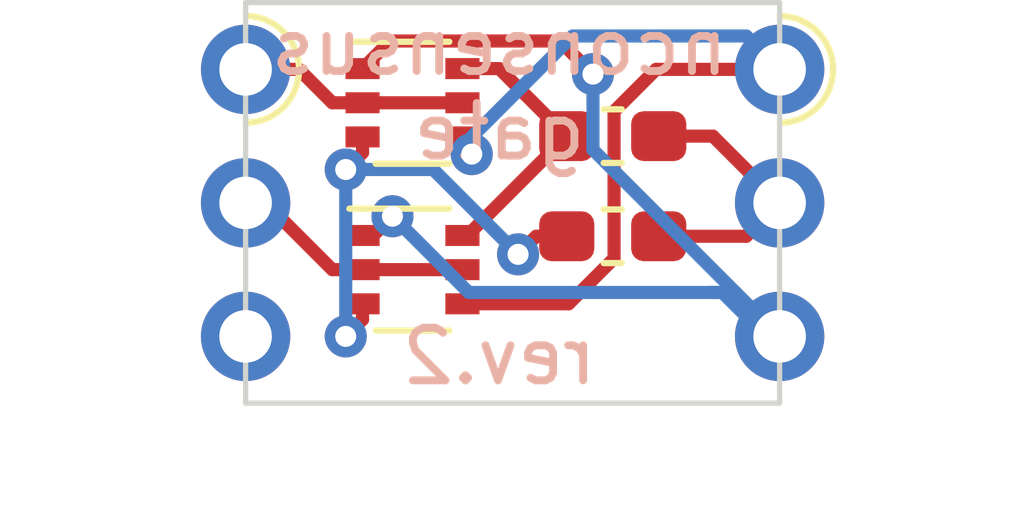
<source format=kicad_pcb>
(kicad_pcb (version 20171130) (host pcbnew 5.1.6)

  (general
    (thickness 1.6)
    (drawings 6)
    (tracks 64)
    (zones 0)
    (modules 6)
    (nets 9)
  )

  (page A4)
  (layers
    (0 F.Cu signal)
    (31 B.Cu signal)
    (32 B.Adhes user)
    (33 F.Adhes user)
    (34 B.Paste user)
    (35 F.Paste user)
    (36 B.SilkS user)
    (37 F.SilkS user)
    (38 B.Mask user)
    (39 F.Mask user)
    (40 Dwgs.User user)
    (41 Cmts.User user)
    (42 Eco1.User user)
    (43 Eco2.User user)
    (44 Edge.Cuts user)
    (45 Margin user)
    (46 B.CrtYd user)
    (47 F.CrtYd user)
    (48 B.Fab user)
    (49 F.Fab user)
  )

  (setup
    (last_trace_width 0.25)
    (user_trace_width 0.3)
    (trace_clearance 0.2)
    (zone_clearance 0.508)
    (zone_45_only no)
    (trace_min 0.2)
    (via_size 0.8)
    (via_drill 0.4)
    (via_min_size 0.4)
    (via_min_drill 0.3)
    (uvia_size 0.3)
    (uvia_drill 0.1)
    (uvias_allowed no)
    (uvia_min_size 0.2)
    (uvia_min_drill 0.1)
    (edge_width 0.05)
    (segment_width 0.2)
    (pcb_text_width 0.3)
    (pcb_text_size 1.5 1.5)
    (mod_edge_width 0.12)
    (mod_text_size 1 1)
    (mod_text_width 0.15)
    (pad_size 1.524 1.524)
    (pad_drill 0.762)
    (pad_to_mask_clearance 0.05)
    (aux_axis_origin 0 0)
    (visible_elements FFFFFF7F)
    (pcbplotparams
      (layerselection 0x010fc_ffffffff)
      (usegerberextensions false)
      (usegerberattributes true)
      (usegerberadvancedattributes true)
      (creategerberjobfile true)
      (excludeedgelayer true)
      (linewidth 0.100000)
      (plotframeref false)
      (viasonmask false)
      (mode 1)
      (useauxorigin false)
      (hpglpennumber 1)
      (hpglpenspeed 20)
      (hpglpendiameter 15.000000)
      (psnegative false)
      (psa4output false)
      (plotreference true)
      (plotvalue true)
      (plotinvisibletext false)
      (padsonsilk false)
      (subtractmaskfromsilk false)
      (outputformat 1)
      (mirror false)
      (drillshape 0)
      (scaleselection 1)
      (outputdirectory ""))
  )

  (net 0 "")
  (net 1 Vdd)
  (net 2 A)
  (net 3 Vss)
  (net 4 B)
  (net 5 Out)
  (net 6 "Net-(J1-Pad3)")
  (net 7 "Net-(Q1-Pad6)")
  (net 8 "Net-(Q1-Pad3)")

  (net_class Default "This is the default net class."
    (clearance 0.2)
    (trace_width 0.25)
    (via_dia 0.8)
    (via_drill 0.4)
    (uvia_dia 0.3)
    (uvia_drill 0.1)
    (add_net A)
    (add_net B)
    (add_net "Net-(J1-Pad3)")
    (add_net "Net-(Q1-Pad3)")
    (add_net "Net-(Q1-Pad6)")
    (add_net Out)
    (add_net Vdd)
    (add_net Vss)
  )

  (module Resistor_SMD:R_0603_1608Metric_Pad1.05x0.95mm_HandSolder (layer F.Cu) (tedit 5B301BBD) (tstamp 5FF6C312)
    (at 109.855 65.405 180)
    (descr "Resistor SMD 0603 (1608 Metric), square (rectangular) end terminal, IPC_7351 nominal with elongated pad for handsoldering. (Body size source: http://www.tortai-tech.com/upload/download/2011102023233369053.pdf), generated with kicad-footprint-generator")
    (tags "resistor handsolder")
    (path /5FFFCCEE)
    (attr smd)
    (fp_text reference R2 (at 0 -1.43) (layer F.SilkS) hide
      (effects (font (size 1 1) (thickness 0.15)))
    )
    (fp_text value 12k (at 0 1.43) (layer F.Fab)
      (effects (font (size 1 1) (thickness 0.15)))
    )
    (fp_line (start 1.65 0.73) (end -1.65 0.73) (layer F.CrtYd) (width 0.05))
    (fp_line (start 1.65 -0.73) (end 1.65 0.73) (layer F.CrtYd) (width 0.05))
    (fp_line (start -1.65 -0.73) (end 1.65 -0.73) (layer F.CrtYd) (width 0.05))
    (fp_line (start -1.65 0.73) (end -1.65 -0.73) (layer F.CrtYd) (width 0.05))
    (fp_line (start -0.171267 0.51) (end 0.171267 0.51) (layer F.SilkS) (width 0.12))
    (fp_line (start -0.171267 -0.51) (end 0.171267 -0.51) (layer F.SilkS) (width 0.12))
    (fp_line (start 0.8 0.4) (end -0.8 0.4) (layer F.Fab) (width 0.1))
    (fp_line (start 0.8 -0.4) (end 0.8 0.4) (layer F.Fab) (width 0.1))
    (fp_line (start -0.8 -0.4) (end 0.8 -0.4) (layer F.Fab) (width 0.1))
    (fp_line (start -0.8 0.4) (end -0.8 -0.4) (layer F.Fab) (width 0.1))
    (fp_text user %R (at 0 0) (layer F.Fab)
      (effects (font (size 0.4 0.4) (thickness 0.06)))
    )
    (pad 2 smd roundrect (at 0.875 0 180) (size 1.05 0.95) (layers F.Cu F.Paste F.Mask) (roundrect_rratio 0.25)
      (net 7 "Net-(Q1-Pad6)"))
    (pad 1 smd roundrect (at -0.875 0 180) (size 1.05 0.95) (layers F.Cu F.Paste F.Mask) (roundrect_rratio 0.25)
      (net 5 Out))
    (model ${KISYS3DMOD}/Resistor_SMD.3dshapes/R_0603_1608Metric.wrl
      (at (xyz 0 0 0))
      (scale (xyz 1 1 1))
      (rotate (xyz 0 0 0))
    )
  )

  (module Resistor_SMD:R_0603_1608Metric_Pad1.05x0.95mm_HandSolder (layer F.Cu) (tedit 5B301BBD) (tstamp 5FF6C301)
    (at 109.855 67.31)
    (descr "Resistor SMD 0603 (1608 Metric), square (rectangular) end terminal, IPC_7351 nominal with elongated pad for handsoldering. (Body size source: http://www.tortai-tech.com/upload/download/2011102023233369053.pdf), generated with kicad-footprint-generator")
    (tags "resistor handsolder")
    (path /5FFFBDEC)
    (attr smd)
    (fp_text reference R1 (at 0 -1.43) (layer F.SilkS) hide
      (effects (font (size 1 1) (thickness 0.15)))
    )
    (fp_text value 12k (at 0 1.43) (layer F.Fab)
      (effects (font (size 1 1) (thickness 0.15)))
    )
    (fp_line (start 1.65 0.73) (end -1.65 0.73) (layer F.CrtYd) (width 0.05))
    (fp_line (start 1.65 -0.73) (end 1.65 0.73) (layer F.CrtYd) (width 0.05))
    (fp_line (start -1.65 -0.73) (end 1.65 -0.73) (layer F.CrtYd) (width 0.05))
    (fp_line (start -1.65 0.73) (end -1.65 -0.73) (layer F.CrtYd) (width 0.05))
    (fp_line (start -0.171267 0.51) (end 0.171267 0.51) (layer F.SilkS) (width 0.12))
    (fp_line (start -0.171267 -0.51) (end 0.171267 -0.51) (layer F.SilkS) (width 0.12))
    (fp_line (start 0.8 0.4) (end -0.8 0.4) (layer F.Fab) (width 0.1))
    (fp_line (start 0.8 -0.4) (end 0.8 0.4) (layer F.Fab) (width 0.1))
    (fp_line (start -0.8 -0.4) (end 0.8 -0.4) (layer F.Fab) (width 0.1))
    (fp_line (start -0.8 0.4) (end -0.8 -0.4) (layer F.Fab) (width 0.1))
    (fp_text user %R (at 0 0) (layer F.Fab)
      (effects (font (size 0.4 0.4) (thickness 0.06)))
    )
    (pad 2 smd roundrect (at 0.875 0) (size 1.05 0.95) (layers F.Cu F.Paste F.Mask) (roundrect_rratio 0.25)
      (net 5 Out))
    (pad 1 smd roundrect (at -0.875 0) (size 1.05 0.95) (layers F.Cu F.Paste F.Mask) (roundrect_rratio 0.25)
      (net 8 "Net-(Q1-Pad3)"))
    (model ${KISYS3DMOD}/Resistor_SMD.3dshapes/R_0603_1608Metric.wrl
      (at (xyz 0 0 0))
      (scale (xyz 1 1 1))
      (rotate (xyz 0 0 0))
    )
  )

  (module Package_TO_SOT_SMD:SOT-363_SC-70-6 (layer F.Cu) (tedit 5A02FF57) (tstamp 5FF6C2F0)
    (at 106.045 67.945)
    (descr "SOT-363, SC-70-6")
    (tags "SOT-363 SC-70-6")
    (path /5FFF29CF)
    (attr smd)
    (fp_text reference Q2 (at 0 -2) (layer F.SilkS) hide
      (effects (font (size 1 1) (thickness 0.15)))
    )
    (fp_text value BSS8402DW (at 0 2 180) (layer F.Fab)
      (effects (font (size 1 1) (thickness 0.15)))
    )
    (fp_line (start -0.175 -1.1) (end -0.675 -0.6) (layer F.Fab) (width 0.1))
    (fp_line (start 0.675 1.1) (end -0.675 1.1) (layer F.Fab) (width 0.1))
    (fp_line (start 0.675 -1.1) (end 0.675 1.1) (layer F.Fab) (width 0.1))
    (fp_line (start -1.6 1.4) (end 1.6 1.4) (layer F.CrtYd) (width 0.05))
    (fp_line (start -0.675 -0.6) (end -0.675 1.1) (layer F.Fab) (width 0.1))
    (fp_line (start 0.675 -1.1) (end -0.175 -1.1) (layer F.Fab) (width 0.1))
    (fp_line (start -1.6 -1.4) (end 1.6 -1.4) (layer F.CrtYd) (width 0.05))
    (fp_line (start -1.6 -1.4) (end -1.6 1.4) (layer F.CrtYd) (width 0.05))
    (fp_line (start 1.6 1.4) (end 1.6 -1.4) (layer F.CrtYd) (width 0.05))
    (fp_line (start -0.7 1.16) (end 0.7 1.16) (layer F.SilkS) (width 0.12))
    (fp_line (start 0.7 -1.16) (end -1.2 -1.16) (layer F.SilkS) (width 0.12))
    (fp_text user %R (at 0 0 90) (layer F.Fab)
      (effects (font (size 0.5 0.5) (thickness 0.075)))
    )
    (pad 6 smd rect (at 0.95 -0.65) (size 0.65 0.4) (layers F.Cu F.Paste F.Mask)
      (net 7 "Net-(Q1-Pad6)"))
    (pad 4 smd rect (at 0.95 0.65) (size 0.65 0.4) (layers F.Cu F.Paste F.Mask)
      (net 1 Vdd))
    (pad 2 smd rect (at -0.95 0) (size 0.65 0.4) (layers F.Cu F.Paste F.Mask)
      (net 4 B))
    (pad 5 smd rect (at 0.95 0) (size 0.65 0.4) (layers F.Cu F.Paste F.Mask)
      (net 4 B))
    (pad 3 smd rect (at -0.95 0.65) (size 0.65 0.4) (layers F.Cu F.Paste F.Mask)
      (net 8 "Net-(Q1-Pad3)"))
    (pad 1 smd rect (at -0.95 -0.65) (size 0.65 0.4) (layers F.Cu F.Paste F.Mask)
      (net 3 Vss))
    (model ${KISYS3DMOD}/Package_TO_SOT_SMD.3dshapes/SOT-363_SC-70-6.wrl
      (at (xyz 0 0 0))
      (scale (xyz 1 1 1))
      (rotate (xyz 0 0 0))
    )
  )

  (module Package_TO_SOT_SMD:SOT-363_SC-70-6 (layer F.Cu) (tedit 5A02FF57) (tstamp 5FF6C2DA)
    (at 106.045 64.77)
    (descr "SOT-363, SC-70-6")
    (tags "SOT-363 SC-70-6")
    (path /5FFEE9DA)
    (attr smd)
    (fp_text reference Q1 (at 0 -2) (layer F.SilkS) hide
      (effects (font (size 1 1) (thickness 0.15)))
    )
    (fp_text value BSS8402DW (at 0 2 180) (layer F.Fab)
      (effects (font (size 1 1) (thickness 0.15)))
    )
    (fp_line (start -0.175 -1.1) (end -0.675 -0.6) (layer F.Fab) (width 0.1))
    (fp_line (start 0.675 1.1) (end -0.675 1.1) (layer F.Fab) (width 0.1))
    (fp_line (start 0.675 -1.1) (end 0.675 1.1) (layer F.Fab) (width 0.1))
    (fp_line (start -1.6 1.4) (end 1.6 1.4) (layer F.CrtYd) (width 0.05))
    (fp_line (start -0.675 -0.6) (end -0.675 1.1) (layer F.Fab) (width 0.1))
    (fp_line (start 0.675 -1.1) (end -0.175 -1.1) (layer F.Fab) (width 0.1))
    (fp_line (start -1.6 -1.4) (end 1.6 -1.4) (layer F.CrtYd) (width 0.05))
    (fp_line (start -1.6 -1.4) (end -1.6 1.4) (layer F.CrtYd) (width 0.05))
    (fp_line (start 1.6 1.4) (end 1.6 -1.4) (layer F.CrtYd) (width 0.05))
    (fp_line (start -0.7 1.16) (end 0.7 1.16) (layer F.SilkS) (width 0.12))
    (fp_line (start 0.7 -1.16) (end -1.2 -1.16) (layer F.SilkS) (width 0.12))
    (fp_text user %R (at 0 0 90) (layer F.Fab)
      (effects (font (size 0.5 0.5) (thickness 0.075)))
    )
    (pad 6 smd rect (at 0.95 -0.65) (size 0.65 0.4) (layers F.Cu F.Paste F.Mask)
      (net 7 "Net-(Q1-Pad6)"))
    (pad 4 smd rect (at 0.95 0.65) (size 0.65 0.4) (layers F.Cu F.Paste F.Mask)
      (net 1 Vdd))
    (pad 2 smd rect (at -0.95 0) (size 0.65 0.4) (layers F.Cu F.Paste F.Mask)
      (net 2 A))
    (pad 5 smd rect (at 0.95 0) (size 0.65 0.4) (layers F.Cu F.Paste F.Mask)
      (net 2 A))
    (pad 3 smd rect (at -0.95 0.65) (size 0.65 0.4) (layers F.Cu F.Paste F.Mask)
      (net 8 "Net-(Q1-Pad3)"))
    (pad 1 smd rect (at -0.95 -0.65) (size 0.65 0.4) (layers F.Cu F.Paste F.Mask)
      (net 3 Vss))
    (model ${KISYS3DMOD}/Package_TO_SOT_SMD.3dshapes/SOT-363_SC-70-6.wrl
      (at (xyz 0 0 0))
      (scale (xyz 1 1 1))
      (rotate (xyz 0 0 0))
    )
  )

  (module Castellation:Edge_Castellation_1x03_P2.54 (layer F.Cu) (tedit 5FED63D6) (tstamp 5FF6C2C4)
    (at 113.03 64.135)
    (descr "Edge Castellation, 1x03, 2.54mm pitch, single row")
    (tags "Castellation Edge 1x03 2.54mm single row")
    (path /5FE4282B)
    (fp_text reference J2 (at 0 -2.54) (layer F.SilkS) hide
      (effects (font (size 1 1) (thickness 0.15)))
    )
    (fp_text value Conn_01x03 (at 0 7.85) (layer F.Fab)
      (effects (font (size 1 1) (thickness 0.15)))
    )
    (fp_line (start -1.27 6.35) (end -1.27 -1.27) (layer F.Fab) (width 0.1))
    (fp_line (start 1.27 6.35) (end -1.27 6.35) (layer F.Fab) (width 0.1))
    (fp_line (start 1.27 -0.635) (end 1.27 6.35) (layer F.Fab) (width 0.1))
    (fp_line (start 0.635 -1.27) (end 1.27 -0.635) (layer F.Fab) (width 0.1))
    (fp_line (start -1.27 -1.27) (end 0.635 -1.27) (layer F.Fab) (width 0.1))
    (fp_text user %R (at 0 2.54 90) (layer F.Fab)
      (effects (font (size 1 1) (thickness 0.15)))
    )
    (fp_arc (start 0 0) (end 0 1.016) (angle -180) (layer F.SilkS) (width 0.12))
    (pad 1 thru_hole oval (at 0 0) (size 1.7 1.7) (drill 1) (layers *.Cu *.Mask)
      (net 1 Vdd))
    (pad 2 thru_hole oval (at 0 2.54) (size 1.7 1.7) (drill 1) (layers *.Cu *.Mask)
      (net 5 Out))
    (pad 3 thru_hole oval (at 0 5.08) (size 1.7 1.7) (drill 1) (layers *.Cu *.Mask)
      (net 3 Vss))
  )

  (module Castellation:Edge_Castellation_1x03_P2.54 (layer F.Cu) (tedit 5FED63D6) (tstamp 5FF6C2B6)
    (at 102.87 64.135)
    (descr "Edge Castellation, 1x03, 2.54mm pitch, single row")
    (tags "Castellation Edge 1x03 2.54mm single row")
    (path /5FE3FFF8)
    (fp_text reference J1 (at 0 -2.54) (layer F.SilkS) hide
      (effects (font (size 1 1) (thickness 0.15)))
    )
    (fp_text value Conn_01x03 (at 0 7.85) (layer F.Fab)
      (effects (font (size 1 1) (thickness 0.15)))
    )
    (fp_line (start -1.27 6.35) (end -1.27 -1.27) (layer F.Fab) (width 0.1))
    (fp_line (start 1.27 6.35) (end -1.27 6.35) (layer F.Fab) (width 0.1))
    (fp_line (start 1.27 -0.635) (end 1.27 6.35) (layer F.Fab) (width 0.1))
    (fp_line (start 0.635 -1.27) (end 1.27 -0.635) (layer F.Fab) (width 0.1))
    (fp_line (start -1.27 -1.27) (end 0.635 -1.27) (layer F.Fab) (width 0.1))
    (fp_text user %R (at 0 2.54 90) (layer F.Fab)
      (effects (font (size 1 1) (thickness 0.15)))
    )
    (fp_arc (start 0 0) (end 0 1.016) (angle -180) (layer F.SilkS) (width 0.12))
    (pad 1 thru_hole oval (at 0 0) (size 1.7 1.7) (drill 1) (layers *.Cu *.Mask)
      (net 2 A))
    (pad 2 thru_hole oval (at 0 2.54) (size 1.7 1.7) (drill 1) (layers *.Cu *.Mask)
      (net 4 B))
    (pad 3 thru_hole oval (at 0 5.08) (size 1.7 1.7) (drill 1) (layers *.Cu *.Mask)
      (net 6 "Net-(J1-Pad3)"))
  )

  (gr_text rev.2 (at 107.696 69.596) (layer B.SilkS)
    (effects (font (size 1 1) (thickness 0.15)) (justify mirror))
  )
  (gr_text "nconsensus\ngate" (at 107.696 64.516) (layer B.SilkS)
    (effects (font (size 1 1) (thickness 0.15)) (justify mirror))
  )
  (gr_line (start 113.03 62.865) (end 113.03 70.485) (layer Edge.Cuts) (width 0.1))
  (gr_line (start 102.87 62.865) (end 113.03 62.865) (layer Edge.Cuts) (width 0.1))
  (gr_line (start 102.87 70.485) (end 102.87 62.865) (layer Edge.Cuts) (width 0.1))
  (gr_line (start 113.03 70.485) (end 102.87 70.485) (layer Edge.Cuts) (width 0.1))

  (segment (start 106.995 65.42) (end 106.995 65.570004) (width 0.25) (layer F.Cu) (net 1))
  (via (at 107.172516 65.74752) (size 0.8) (drill 0.4) (layers F.Cu B.Cu) (net 1))
  (segment (start 106.995 65.570004) (end 107.172516 65.74752) (width 0.25) (layer F.Cu) (net 1))
  (segment (start 110.67949 64.135) (end 112.65499 64.135) (width 0.25) (layer F.Cu) (net 1))
  (segment (start 109.87999 64.9345) (end 110.67949 64.135) (width 0.25) (layer F.Cu) (net 1))
  (segment (start 106.995 68.595) (end 109.01551 68.595) (width 0.25) (layer F.Cu) (net 1))
  (segment (start 109.87999 67.73052) (end 109.87999 64.9345) (width 0.25) (layer F.Cu) (net 1))
  (segment (start 109.01551 68.595) (end 109.87999 67.73052) (width 0.25) (layer F.Cu) (net 1))
  (segment (start 107.172516 65.74752) (end 107.172516 65.420484) (width 0.25) (layer B.Cu) (net 1))
  (segment (start 107.172516 65.420484) (end 109.093 63.5) (width 0.25) (layer B.Cu) (net 1))
  (segment (start 112.395 63.5) (end 112.65499 63.75999) (width 0.25) (layer B.Cu) (net 1))
  (segment (start 109.093 63.5) (end 112.395 63.5) (width 0.25) (layer B.Cu) (net 1))
  (segment (start 105.095 64.77) (end 106.995 64.77) (width 0.25) (layer F.Cu) (net 2))
  (segment (start 103.885 64.135) (end 103.24501 64.135) (width 0.25) (layer F.Cu) (net 2))
  (segment (start 105.095 64.77) (end 104.52 64.77) (width 0.25) (layer F.Cu) (net 2))
  (segment (start 104.52 64.77) (end 103.885 64.135) (width 0.25) (layer F.Cu) (net 2))
  (segment (start 105.095 67.295) (end 105.298 67.295) (width 0.25) (layer F.Cu) (net 3))
  (segment (start 105.298 67.295) (end 105.664 66.929) (width 0.25) (layer F.Cu) (net 3))
  (segment (start 105.664 66.929) (end 105.664 66.929) (width 0.25) (layer F.Cu) (net 3) (tstamp 5FF6C6DA))
  (via (at 105.664 66.929) (size 0.8) (drill 0.4) (layers F.Cu B.Cu) (net 3))
  (segment (start 107.114011 68.379011) (end 105.664 66.929) (width 0.25) (layer B.Cu) (net 3))
  (segment (start 111.706989 68.379011) (end 111.940011 68.379011) (width 0.25) (layer B.Cu) (net 3))
  (segment (start 111.706989 68.379011) (end 107.114011 68.379011) (width 0.25) (layer B.Cu) (net 3))
  (segment (start 111.940011 68.379011) (end 112.65499 69.09399) (width 0.25) (layer B.Cu) (net 3))
  (segment (start 109.474 64.135) (end 109.474 64.135) (width 0.25) (layer F.Cu) (net 3) (tstamp 5FF6C754))
  (segment (start 111.960989 68.379011) (end 111.706989 68.379011) (width 0.25) (layer B.Cu) (net 3))
  (segment (start 112.194011 68.379011) (end 111.960989 68.379011) (width 0.25) (layer B.Cu) (net 3))
  (segment (start 112.194011 68.379011) (end 112.65499 68.83999) (width 0.25) (layer B.Cu) (net 3))
  (segment (start 105.620001 63.594999) (end 108.848649 63.594999) (width 0.25) (layer F.Cu) (net 3))
  (segment (start 108.848649 63.594999) (end 109.47866 64.22501) (width 0.25) (layer F.Cu) (net 3))
  (segment (start 109.47866 65.66366) (end 109.47866 64.22501) (width 0.25) (layer B.Cu) (net 3))
  (segment (start 112.194011 68.379011) (end 109.47866 65.66366) (width 0.25) (layer B.Cu) (net 3))
  (via (at 109.47866 64.22501) (size 0.8) (drill 0.4) (layers F.Cu B.Cu) (net 3))
  (segment (start 105.095 64.12) (end 105.620001 63.594999) (width 0.25) (layer F.Cu) (net 3))
  (segment (start 103.25 66.675) (end 103.24501 66.675) (width 0.25) (layer F.Cu) (net 4))
  (segment (start 105.095 67.945) (end 104.52 67.945) (width 0.25) (layer F.Cu) (net 4))
  (segment (start 104.52 67.945) (end 103.25 66.675) (width 0.25) (layer F.Cu) (net 4))
  (segment (start 106.995 67.945) (end 105.095 67.945) (width 0.25) (layer F.Cu) (net 4))
  (segment (start 111.76 65.405) (end 112.65499 66.29999) (width 0.25) (layer F.Cu) (net 5))
  (segment (start 110.73 65.405) (end 111.76 65.405) (width 0.25) (layer F.Cu) (net 5))
  (segment (start 112.395 67.31) (end 112.65499 67.05001) (width 0.25) (layer F.Cu) (net 5))
  (segment (start 110.73 67.31) (end 112.395 67.31) (width 0.25) (layer F.Cu) (net 5))
  (segment (start 107.09 67.295) (end 108.98 65.405) (width 0.25) (layer F.Cu) (net 7))
  (segment (start 106.995 67.295) (end 107.09 67.295) (width 0.25) (layer F.Cu) (net 7))
  (segment (start 107.695 64.12) (end 106.995 64.12) (width 0.25) (layer F.Cu) (net 7))
  (segment (start 108.98 65.405) (end 107.695 64.12) (width 0.25) (layer F.Cu) (net 7))
  (segment (start 105.095 65.42) (end 105.095 65.72) (width 0.25) (layer F.Cu) (net 8))
  (segment (start 105.095 65.72) (end 104.775 66.04) (width 0.25) (layer F.Cu) (net 8))
  (segment (start 104.775 66.04) (end 104.775 66.04) (width 0.25) (layer F.Cu) (net 8) (tstamp 5FF6C648))
  (segment (start 105.095 68.595) (end 105.095 68.895) (width 0.25) (layer F.Cu) (net 8))
  (segment (start 105.095 68.895) (end 104.775 69.215) (width 0.25) (layer F.Cu) (net 8))
  (segment (start 108.98 67.31) (end 108.98 67.55) (width 0.25) (layer F.Cu) (net 8))
  (segment (start 104.775 69.215) (end 104.775 69.215) (width 0.25) (layer F.Cu) (net 8) (tstamp 5FF6C66B))
  (segment (start 104.775 69.215) (end 104.775 69.215) (width 0.25) (layer F.Cu) (net 8) (tstamp 5FF6C67C))
  (segment (start 104.775 66.04) (end 104.775 66.04) (width 0.25) (layer F.Cu) (net 8) (tstamp 5FF6C6E1))
  (via (at 104.775 66.04) (size 0.8) (drill 0.4) (layers F.Cu B.Cu) (net 8))
  (segment (start 104.775 69.215) (end 104.775 69.215) (width 0.25) (layer F.Cu) (net 8) (tstamp 5FF6C6FD))
  (via (at 104.775 69.215) (size 0.8) (drill 0.4) (layers F.Cu B.Cu) (net 8))
  (segment (start 104.775 69.215) (end 104.775 66.04) (width 0.25) (layer B.Cu) (net 8))
  (segment (start 108.98 67.31) (end 108.397678 67.31) (width 0.25) (layer F.Cu) (net 8))
  (segment (start 104.775 66.04) (end 106.439676 66.04) (width 0.25) (layer B.Cu) (net 8))
  (segment (start 106.439676 66.04) (end 108.053677 67.654001) (width 0.25) (layer B.Cu) (net 8))
  (via (at 108.053677 67.654001) (size 0.8) (drill 0.4) (layers F.Cu B.Cu) (net 8))
  (segment (start 108.397678 67.31) (end 108.053677 67.654001) (width 0.25) (layer F.Cu) (net 8))

)

</source>
